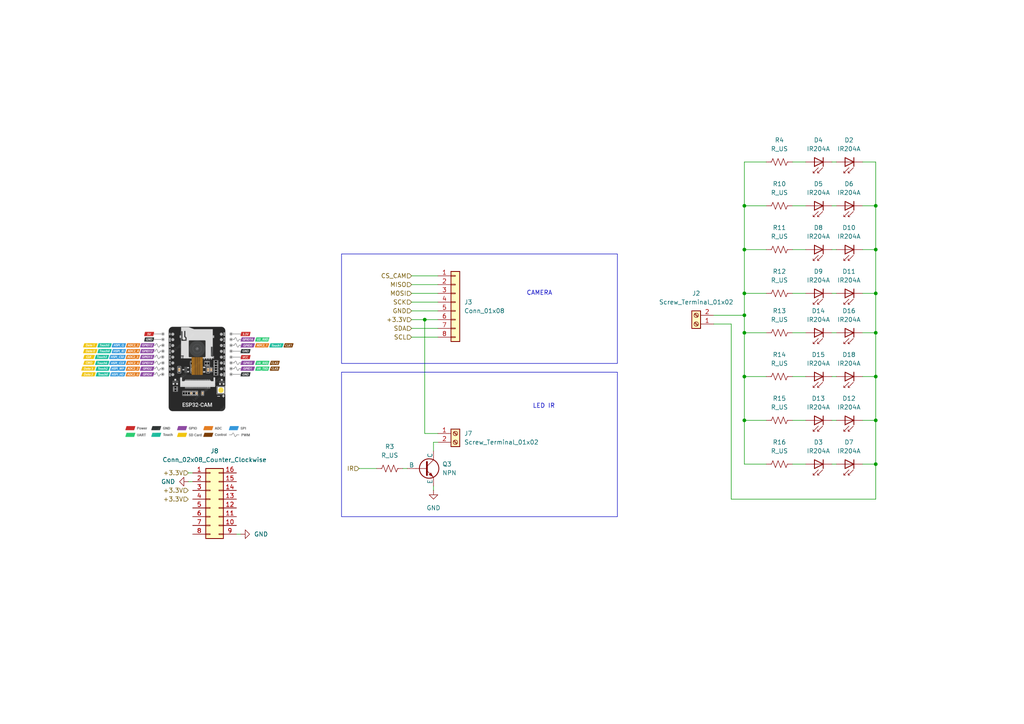
<source format=kicad_sch>
(kicad_sch (version 20250114) (generator "eeschema") (generator_version "9.0")
  (paper "A4")
  (lib_symbols
    (symbol "Connector:Screw_Terminal_01x02" (pin_names (offset 1.016) (hide yes))
      (property "Reference" "J" (at 0 2.54 0))
      (property "Value" "Screw_Terminal_01x02" (at 0 -5.08 0))
      (symbol "Screw_Terminal_01x02_1_1"
        (rectangle (start -1.27 1.27) (end 1.27 -3.81) (stroke (width 0.254)) (fill (type background)))
        (polyline (pts (xy -0.5334 0.3302) (xy 0.3302 -0.508)) (stroke (width 0.1524)))
        (polyline (pts (xy -0.5334 -2.2098) (xy 0.3302 -3.048)) (stroke (width 0.1524)))
        (polyline (pts (xy -0.3556 0.508) (xy 0.508 -0.3302)) (stroke (width 0.1524)))
        (polyline (pts (xy -0.3556 -2.032) (xy 0.508 -2.8702)) (stroke (width 0.1524)))
        (circle (center 0 0) (radius 0.635) (stroke (width 0.1524)))
        (circle (center 0 -2.54) (radius 0.635) (stroke (width 0.1524)))
        (pin passive line (at -5.08 0 0) (length 3.81) (name "Pin_1") (number "1"))
        (pin passive line (at -5.08 -2.54 0) (length 3.81) (name "Pin_2") (number "2"))
      )
    )
    (symbol "Connector_Generic:Conn_01x08" (pin_names (offset 1.016) (hide yes))
      (property "Reference" "J" (at 0 10.16 0))
      (property "Value" "Conn_01x08" (at 0 -12.7 0))
      (symbol "Conn_01x08_1_1"
        (rectangle (start -1.27 8.89) (end 1.27 -11.43) (stroke (width 0.254)) (fill (type background)))
        (rectangle (start -1.27 7.747) (end 0 7.493) (stroke (width 0.1524)))
        (rectangle (start -1.27 5.207) (end 0 4.953) (stroke (width 0.1524)))
        (rectangle (start -1.27 2.667) (end 0 2.413) (stroke (width 0.1524)))
        (rectangle (start -1.27 0.127) (end 0 -0.127) (stroke (width 0.1524)))
        (rectangle (start -1.27 -2.413) (end 0 -2.667) (stroke (width 0.1524)))
        (rectangle (start -1.27 -4.953) (end 0 -5.207) (stroke (width 0.1524)))
        (rectangle (start -1.27 -7.493) (end 0 -7.747) (stroke (width 0.1524)))
        (rectangle (start -1.27 -10.033) (end 0 -10.287) (stroke (width 0.1524)))
        (pin passive line (at -5.08 7.62 0) (length 3.81) (name "Pin_1") (number "1"))
        (pin passive line (at -5.08 5.08 0) (length 3.81) (name "Pin_2") (number "2"))
        (pin passive line (at -5.08 2.54 0) (length 3.81) (name "Pin_3") (number "3"))
        (pin passive line (at -5.08 0 0) (length 3.81) (name "Pin_4") (number "4"))
        (pin passive line (at -5.08 -2.54 0) (length 3.81) (name "Pin_5") (number "5"))
        (pin passive line (at -5.08 -5.08 0) (length 3.81) (name "Pin_6") (number "6"))
        (pin passive line (at -5.08 -7.62 0) (length 3.81) (name "Pin_7") (number "7"))
        (pin passive line (at -5.08 -10.16 0) (length 3.81) (name "Pin_8") (number "8"))
      )
    )
    (symbol "Connector_Generic:Conn_02x08_Counter_Clockwise" (pin_names (offset 1.016) (hide yes))
      (property "Reference" "J" (at 1.27 10.16 0))
      (property "Value" "Conn_02x08_Counter_Clockwise" (at 1.27 -12.7 0))
      (symbol "Conn_02x08_Counter_Clockwise_1_1"
        (rectangle (start -1.27 8.89) (end 3.81 -11.43) (stroke (width 0.254)) (fill (type background)))
        (rectangle (start -1.27 7.747) (end 0 7.493) (stroke (width 0.1524)))
        (rectangle (start -1.27 5.207) (end 0 4.953) (stroke (width 0.1524)))
        (rectangle (start -1.27 2.667) (end 0 2.413) (stroke (width 0.1524)))
        (rectangle (start -1.27 0.127) (end 0 -0.127) (stroke (width 0.1524)))
        (rectangle (start -1.27 -2.413) (end 0 -2.667) (stroke (width 0.1524)))
        (rectangle (start -1.27 -4.953) (end 0 -5.207) (stroke (width 0.1524)))
        (rectangle (start -1.27 -7.493) (end 0 -7.747) (stroke (width 0.1524)))
        (rectangle (start -1.27 -10.033) (end 0 -10.287) (stroke (width 0.1524)))
        (rectangle (start 3.81 7.747) (end 2.54 7.493) (stroke (width 0.1524)))
        (rectangle (start 3.81 5.207) (end 2.54 4.953) (stroke (width 0.1524)))
        (rectangle (start 3.81 2.667) (end 2.54 2.413) (stroke (width 0.1524)))
        (rectangle (start 3.81 0.127) (end 2.54 -0.127) (stroke (width 0.1524)))
        (rectangle (start 3.81 -2.413) (end 2.54 -2.667) (stroke (width 0.1524)))
        (rectangle (start 3.81 -4.953) (end 2.54 -5.207) (stroke (width 0.1524)))
        (rectangle (start 3.81 -7.493) (end 2.54 -7.747) (stroke (width 0.1524)))
        (rectangle (start 3.81 -10.033) (end 2.54 -10.287) (stroke (width 0.1524)))
        (pin passive line (at -5.08 7.62 0) (length 3.81) (name "Pin_1") (number "1"))
        (pin passive line (at -5.08 5.08 0) (length 3.81) (name "Pin_2") (number "2"))
        (pin passive line (at -5.08 2.54 0) (length 3.81) (name "Pin_3") (number "3"))
        (pin passive line (at -5.08 0 0) (length 3.81) (name "Pin_4") (number "4"))
        (pin passive line (at -5.08 -2.54 0) (length 3.81) (name "Pin_5") (number "5"))
        (pin passive line (at -5.08 -5.08 0) (length 3.81) (name "Pin_6") (number "6"))
        (pin passive line (at -5.08 -7.62 0) (length 3.81) (name "Pin_7") (number "7"))
        (pin passive line (at -5.08 -10.16 0) (length 3.81) (name "Pin_8") (number "8"))
        (pin passive line (at 7.62 7.62 180) (length 3.81) (name "Pin_16") (number "16"))
        (pin passive line (at 7.62 5.08 180) (length 3.81) (name "Pin_15") (number "15"))
        (pin passive line (at 7.62 2.54 180) (length 3.81) (name "Pin_14") (number "14"))
        (pin passive line (at 7.62 0 180) (length 3.81) (name "Pin_13") (number "13"))
        (pin passive line (at 7.62 -2.54 180) (length 3.81) (name "Pin_12") (number "12"))
        (pin passive line (at 7.62 -5.08 180) (length 3.81) (name "Pin_11") (number "11"))
        (pin passive line (at 7.62 -7.62 180) (length 3.81) (name "Pin_10") (number "10"))
        (pin passive line (at 7.62 -10.16 180) (length 3.81) (name "Pin_9") (number "9"))
      )
    )
    (symbol "Device:R_US" (pin_numbers (hide yes)) (pin_names (offset 0))
      (property "Reference" "R" (at 2.54 0 90))
      (property "Value" "R_US" (at -2.54 0 90))
      (symbol "R_US_0_1"
        (polyline (pts (xy 0 2.286) (xy 0 2.54)))
        (polyline (pts (xy 0 2.286) (xy 1.016 1.905) (xy 0 1.524) (xy -1.016 1.143) (xy 0 0.762)))
        (polyline (pts (xy 0 0.762) (xy 1.016 0.381) (xy 0 0) (xy -1.016 -0.381) (xy 0 -0.762)))
        (polyline (pts (xy 0 -0.762) (xy 1.016 -1.143) (xy 0 -1.524) (xy -1.016 -1.905) (xy 0 -2.286)))
        (polyline (pts (xy 0 -2.286) (xy 0 -2.54)))
      )
      (symbol "R_US_1_1"
        (pin passive line (at 0 3.81 270) (length 1.27) (name "~") (number "1"))
        (pin passive line (at 0 -3.81 90) (length 1.27) (name "~") (number "2"))
      )
    )
    (symbol "LED:IR204A" (pin_numbers (hide yes)) (pin_names (offset 1.016) (hide yes))
      (property "Reference" "D" (at 0.508 1.778 0))
      (property "Value" "IR204A" (at -1.016 -2.794 0))
      (symbol "IR204A_0_1"
        (polyline (pts (xy -2.54 1.27) (xy -2.54 -1.27)) (stroke (width 0.254)))
        (polyline (pts (xy -2.413 1.651) (xy -0.889 3.175) (xy -0.889 2.667) (xy -0.889 3.175) (xy -1.397 3.175)))
        (polyline (pts (xy -1.143 1.651) (xy 0.381 3.175) (xy 0.381 2.667)))
        (polyline (pts (xy 0 1.27) (xy -2.54 0) (xy 0 -1.27) (xy 0 1.27)) (stroke (width 0.254)))
        (polyline (pts (xy 0 0) (xy -2.54 0)))
        (polyline (pts (xy 0.381 3.175) (xy -0.127 3.175)))
      )
      (symbol "IR204A_1_1"
        (pin passive line (at -5.08 0 0) (length 2.54) (name "K") (number "1"))
        (pin passive line (at 2.54 0 180) (length 2.54) (name "A") (number "2"))
      )
    )
    (symbol "Simulation_SPICE:NPN" (pin_numbers (hide yes)) (pin_names (offset 0))
      (property "Reference" "Q" (at -2.54 7.62 0))
      (property "Value" "NPN" (at -2.54 5.08 0))
      (symbol "NPN_0_1"
        (polyline (pts (xy -2.54 0) (xy 0.635 0)) (stroke (width 0.1524)))
        (polyline (pts (xy 0.635 1.905) (xy 0.635 -1.905) (xy 0.635 -1.905)) (stroke (width 0.508)))
        (polyline (pts (xy 0.635 0.635) (xy 2.54 2.54)))
        (polyline (pts (xy 0.635 -0.635) (xy 2.54 -2.54) (xy 2.54 -2.54)))
        (circle (center 1.27 0) (radius 2.8194) (stroke (width 0.254)))
        (polyline (pts (xy 1.27 -1.778) (xy 1.778 -1.27) (xy 2.286 -2.286) (xy 1.27 -1.778) (xy 1.27 -1.778)) (fill (type outline)))
        (polyline (pts (xy 2.794 -1.27) (xy 2.794 -1.27)) (stroke (width 0.1524)))
        (polyline (pts (xy 2.794 -1.27) (xy 2.794 -1.27)) (stroke (width 0.1524)))
      )
      (symbol "NPN_1_1"
        (pin input line (at -5.08 0 0) (length 2.54) (name "B") (number "2"))
        (pin open_collector line (at 2.54 5.08 270) (length 2.54) (name "C") (number "1"))
        (pin open_emitter line (at 2.54 -5.08 90) (length 2.54) (name "E") (number "3"))
      )
    )
    (symbol "power:GND" (power) (pin_numbers (hide yes)) (pin_names (offset 0) (hide yes))
      (property "Value" "GND" (at 0 -3.81 0))
      (symbol "GND_0_1"
        (polyline (pts (xy 0 0) (xy 0 -1.27) (xy 1.27 -1.27) (xy 0 -2.54) (xy -1.27 -1.27) (xy 0 -1.27)))
      )
      (symbol "GND_1_1"
        (pin power_in line (at 0 0 270) (length 0) (name "~") (number "1"))
      )
    )
  )
  (rectangle (start 99.06 107.95) (end 179.07 149.86))
  (rectangle (start 99.06 73.66) (end 179.07 105.41))
  (text "LED IR\n" (at 157.734 117.856 0) (effects (font (size 1.27 1.27))))
  (text "CAMERA\n" (at 156.464 85.09 0) (effects (font (size 1.27 1.27))))
  (junction (at 254 134.62))
  (junction (at 254 72.39))
  (junction (at 215.9 109.22))
  (junction (at 123.19 92.71))
  (junction (at 215.9 85.09))
  (junction (at 254 96.52))
  (junction (at 215.9 96.52))
  (junction (at 254 121.92))
  (junction (at 215.9 59.69))
  (junction (at 254 59.69))
  (junction (at 254 109.22))
  (junction (at 215.9 72.39))
  (junction (at 254 85.09))
  (junction (at 215.9 121.92))
  (junction (at 215.9 91.44))
  (wire (pts (xy 215.9 59.69) (xy 222.25 59.69)))
  (wire (pts (xy 241.3 109.22) (xy 242.57 109.22)))
  (wire (pts (xy 254 121.92) (xy 254 109.22)))
  (wire (pts (xy 215.9 121.92) (xy 215.9 109.22)))
  (wire (pts (xy 215.9 85.09) (xy 215.9 72.39)))
  (wire (pts (xy 104.14 135.89) (xy 109.22 135.89)))
  (wire (pts (xy 250.19 121.92) (xy 254 121.92)))
  (wire (pts (xy 207.01 93.98) (xy 212.09 93.98)))
  (wire (pts (xy 215.9 46.99) (xy 222.25 46.99)))
  (wire (pts (xy 119.38 92.71) (xy 123.19 92.71)))
  (wire (pts (xy 241.3 72.39) (xy 242.57 72.39)))
  (wire (pts (xy 123.19 92.71) (xy 123.19 125.73)))
  (wire (pts (xy 222.25 121.92) (xy 215.9 121.92)))
  (wire (pts (xy 254 72.39) (xy 254 59.69)))
  (wire (pts (xy 229.87 121.92) (xy 233.68 121.92)))
  (wire (pts (xy 54.61 139.7) (xy 55.88 139.7)))
  (wire (pts (xy 222.25 96.52) (xy 215.9 96.52)))
  (wire (pts (xy 125.73 130.81) (xy 125.73 128.27)))
  (wire (pts (xy 250.19 134.62) (xy 254 134.62)))
  (wire (pts (xy 116.84 135.89) (xy 118.11 135.89)))
  (wire (pts (xy 254 144.78) (xy 254 134.62)))
  (wire (pts (xy 241.3 96.52) (xy 242.57 96.52)))
  (wire (pts (xy 254 46.99) (xy 250.19 46.99)))
  (wire (pts (xy 215.9 109.22) (xy 215.9 96.52)))
  (wire (pts (xy 215.9 59.69) (xy 215.9 46.99)))
  (wire (pts (xy 222.25 134.62) (xy 215.9 134.62)))
  (wire (pts (xy 119.38 82.55) (xy 127 82.55)))
  (wire (pts (xy 119.38 97.79) (xy 127 97.79)))
  (wire (pts (xy 229.87 85.09) (xy 233.68 85.09)))
  (wire (pts (xy 250.19 96.52) (xy 254 96.52)))
  (wire (pts (xy 215.9 72.39) (xy 215.9 59.69)))
  (wire (pts (xy 215.9 91.44) (xy 215.9 85.09)))
  (wire (pts (xy 229.87 96.52) (xy 233.68 96.52)))
  (wire (pts (xy 119.38 87.63) (xy 127 87.63)))
  (wire (pts (xy 250.19 109.22) (xy 254 109.22)))
  (wire (pts (xy 250.19 72.39) (xy 254 72.39)))
  (wire (pts (xy 241.3 85.09) (xy 242.57 85.09)))
  (wire (pts (xy 229.87 134.62) (xy 233.68 134.62)))
  (wire (pts (xy 254 85.09) (xy 254 72.39)))
  (wire (pts (xy 54.61 137.16) (xy 55.88 137.16)))
  (wire (pts (xy 68.58 154.94) (xy 69.85 154.94)))
  (wire (pts (xy 229.87 46.99) (xy 233.68 46.99)))
  (wire (pts (xy 250.19 59.69) (xy 254 59.69)))
  (wire (pts (xy 229.87 59.69) (xy 233.68 59.69)))
  (wire (pts (xy 215.9 134.62) (xy 215.9 121.92)))
  (wire (pts (xy 241.3 59.69) (xy 242.57 59.69)))
  (wire (pts (xy 229.87 109.22) (xy 233.68 109.22)))
  (wire (pts (xy 254 59.69) (xy 254 46.99)))
  (wire (pts (xy 127 125.73) (xy 123.19 125.73)))
  (wire (pts (xy 215.9 85.09) (xy 222.25 85.09)))
  (wire (pts (xy 254 96.52) (xy 254 85.09)))
  (wire (pts (xy 212.09 93.98) (xy 212.09 144.78)))
  (wire (pts (xy 119.38 85.09) (xy 127 85.09)))
  (wire (pts (xy 254 109.22) (xy 254 96.52)))
  (wire (pts (xy 241.3 134.62) (xy 242.57 134.62)))
  (wire (pts (xy 125.73 128.27) (xy 127 128.27)))
  (wire (pts (xy 123.19 92.71) (xy 127 92.71)))
  (wire (pts (xy 119.38 90.17) (xy 127 90.17)))
  (wire (pts (xy 215.9 96.52) (xy 215.9 91.44)))
  (wire (pts (xy 222.25 109.22) (xy 215.9 109.22)))
  (wire (pts (xy 207.01 91.44) (xy 215.9 91.44)))
  (wire (pts (xy 241.3 46.99) (xy 242.57 46.99)))
  (wire (pts (xy 119.38 95.25) (xy 127 95.25)))
  (wire (pts (xy 215.9 72.39) (xy 222.25 72.39)))
  (wire (pts (xy 229.87 72.39) (xy 233.68 72.39)))
  (wire (pts (xy 241.3 121.92) (xy 242.57 121.92)))
  (wire (pts (xy 254 121.92) (xy 254 134.62)))
  (wire (pts (xy 212.09 144.78) (xy 254 144.78)))
  (wire (pts (xy 119.38 80.01) (xy 127 80.01)))
  (wire (pts (xy 250.19 85.09) (xy 254 85.09)))
  (wire (pts (xy 125.73 142.24) (xy 125.73 140.97)))
  (image (at 54.61 110.49))
  (hierarchical_label "+3.3V" (shape input) (at 54.61 144.78 180))
  (hierarchical_label "IR" (shape input) (at 104.14 135.89 180))
  (hierarchical_label "GND" (shape input) (at 119.38 90.17 180))
  (hierarchical_label "+3.3V" (shape input) (at 54.61 142.24 180))
  (hierarchical_label "SCL" (shape input) (at 119.38 97.79 180))
  (hierarchical_label "MOSI" (shape input) (at 119.38 85.09 180))
  (hierarchical_label "+3.3V" (shape input) (at 54.61 137.16 180))
  (hierarchical_label "SCK" (shape input) (at 119.38 87.63 180))
  (hierarchical_label "SDA" (shape input) (at 119.38 95.25 180))
  (hierarchical_label "CS_CAM" (shape input) (at 119.38 80.01 180))
  (hierarchical_label "+3.3V" (shape input) (at 119.38 92.71 180))
  (hierarchical_label "MISO" (shape input) (at 119.38 82.55 180))
  (symbol (lib_id "Device:R_US") (at 226.06 72.39 90) (unit 1)
    (property "Reference" "R11" (at 226.06 66.04 90))
    (property "Value" "R_US" (at 226.06 68.58 90))
    (property "Footprint" "Resistor_SMD:R_0805_2012Metric_Pad1.20x1.40mm_HandSolder" (effects (hide yes)))
    (property "Description" "Resistor, US symbol" (effects (hide yes)))
  )
  (symbol (lib_id "Device:R_US") (at 226.06 59.69 90) (unit 1)
    (property "Reference" "R10" (at 226.06 53.34 90))
    (property "Value" "R_US" (at 226.06 55.88 90))
    (property "Footprint" "Resistor_SMD:R_0805_2012Metric_Pad1.20x1.40mm_HandSolder" (effects (hide yes)))
    (property "Description" "Resistor, US symbol" (effects (hide yes)))
  )
  (symbol (lib_id "Connector:Screw_Terminal_01x02") (at 132.08 125.73 0) (unit 1)
    (property "Reference" "J7" (at 134.62 125.7299 0) (effects (justify left)))
    (property "Value" "Screw_Terminal_01x02" (at 134.62 128.2699 0) (effects (justify left)))
    (property "Description" "Generic screw terminal, single row, 01x02, script generated (kicad-library-utils/schlib/autogen/connector/)" (effects (hide yes)))
  )
  (symbol (lib_id "Device:R_US") (at 226.06 134.62 90) (unit 1)
    (property "Reference" "R16" (at 226.06 128.27 90))
    (property "Value" "R_US" (at 226.06 130.81 90))
    (property "Footprint" "Resistor_SMD:R_0805_2012Metric_Pad1.20x1.40mm_HandSolder" (effects (hide yes)))
    (property "Description" "Resistor, US symbol" (effects (hide yes)))
  )
  (symbol (lib_id "LED:IR204A") (at 236.22 46.99 180) (unit 1)
    (property "Reference" "D4" (at 237.363 40.64 0))
    (property "Value" "IR204A" (at 237.363 43.18 0))
    (property "Footprint" "LED_THT:LED_D3.0mm_IRBlack" (effects (hide yes)))
    (property "Datasheet" "http://www.everlight.com/file/ProductFile/IR204-A.pdf" (effects (hide yes)))
    (property "Description" "Infrared LED , 3mm LED package" (effects (hide yes)))
  )
  (symbol (lib_id "Device:R_US") (at 113.03 135.89 90) (unit 1)
    (property "Reference" "R3" (at 113.03 129.54 90))
    (property "Value" "R_US" (at 113.03 132.08 90))
    (property "Description" "Resistor, US symbol" (effects (hide yes)))
  )
  (symbol (lib_id "LED:IR204A") (at 236.22 59.69 180) (unit 1)
    (property "Reference" "D5" (at 237.363 53.34 0))
    (property "Value" "IR204A" (at 237.363 55.88 0))
    (property "Footprint" "LED_THT:LED_D3.0mm_IRBlack" (effects (hide yes)))
    (property "Datasheet" "http://www.everlight.com/file/ProductFile/IR204-A.pdf" (effects (hide yes)))
    (property "Description" "Infrared LED , 3mm LED package" (effects (hide yes)))
  )
  (symbol (lib_id "LED:IR204A") (at 236.22 109.22 180) (unit 1)
    (property "Reference" "D15" (at 237.363 102.87 0))
    (property "Value" "IR204A" (at 237.363 105.41 0))
    (property "Footprint" "LED_THT:LED_D3.0mm_IRBlack" (effects (hide yes)))
    (property "Datasheet" "http://www.everlight.com/file/ProductFile/IR204-A.pdf" (effects (hide yes)))
    (property "Description" "Infrared LED , 3mm LED package" (effects (hide yes)))
  )
  (symbol (lib_id "LED:IR204A") (at 236.22 134.62 180) (unit 1)
    (property "Reference" "D3" (at 237.363 128.27 0))
    (property "Value" "IR204A" (at 237.363 130.81 0))
    (property "Footprint" "LED_THT:LED_D3.0mm_IRBlack" (effects (hide yes)))
    (property "Datasheet" "http://www.everlight.com/file/ProductFile/IR204-A.pdf" (effects (hide yes)))
    (property "Description" "Infrared LED , 3mm LED package" (effects (hide yes)))
  )
  (symbol (lib_id "LED:IR204A") (at 245.11 85.09 180) (unit 1)
    (property "Reference" "D11" (at 246.253 78.74 0))
    (property "Value" "IR204A" (at 246.253 81.28 0))
    (property "Footprint" "LED_THT:LED_D3.0mm_IRBlack" (effects (hide yes)))
    (property "Datasheet" "http://www.everlight.com/file/ProductFile/IR204-A.pdf" (effects (hide yes)))
    (property "Description" "Infrared LED , 3mm LED package" (effects (hide yes)))
  )
  (symbol (lib_id "LED:IR204A") (at 245.11 46.99 180) (unit 1)
    (property "Reference" "D2" (at 246.253 40.64 0))
    (property "Value" "IR204A" (at 246.253 43.18 0))
    (property "Footprint" "LED_THT:LED_D3.0mm_IRBlack" (effects (hide yes)))
    (property "Datasheet" "http://www.everlight.com/file/ProductFile/IR204-A.pdf" (effects (hide yes)))
    (property "Description" "Infrared LED , 3mm LED package" (effects (hide yes)))
  )
  (symbol (lib_id "LED:IR204A") (at 245.11 59.69 180) (unit 1)
    (property "Reference" "D6" (at 246.253 53.34 0))
    (property "Value" "IR204A" (at 246.253 55.88 0))
    (property "Footprint" "LED_THT:LED_D3.0mm_IRBlack" (effects (hide yes)))
    (property "Datasheet" "http://www.everlight.com/file/ProductFile/IR204-A.pdf" (effects (hide yes)))
    (property "Description" "Infrared LED , 3mm LED package" (effects (hide yes)))
  )
  (symbol (lib_id "Simulation_SPICE:NPN") (at 123.19 135.89 0) (unit 1)
    (property "Reference" "Q3" (at 128.27 134.6199 0) (effects (justify left)))
    (property "Value" "NPN" (at 128.27 137.1599 0) (effects (justify left)))
    (property "Datasheet" "https://ngspice.sourceforge.io/docs/ngspice-html-manual/manual.xhtml#cha_BJTs" (effects (hide yes)))
    (property "Description" "Bipolar transistor symbol for simulation only, substrate tied to the emitter" (effects (hide yes)))
    (property "Sim.Device" "NPN" (effects (hide yes)))
    (property "Sim.Type" "GUMMELPOON" (effects (hide yes)))
    (property "Sim.Pins" "1=C 2=B 3=E" (effects (hide yes)))
  )
  (symbol (lib_id "LED:IR204A") (at 236.22 72.39 180) (unit 1)
    (property "Reference" "D8" (at 237.363 66.04 0))
    (property "Value" "IR204A" (at 237.363 68.58 0))
    (property "Footprint" "LED_THT:LED_D3.0mm_IRBlack" (effects (hide yes)))
    (property "Datasheet" "http://www.everlight.com/file/ProductFile/IR204-A.pdf" (effects (hide yes)))
    (property "Description" "Infrared LED , 3mm LED package" (effects (hide yes)))
  )
  (symbol (lib_id "power:GND") (at 69.85 154.94 90) (unit 1)
    (property "Reference" "#PWR025" (effects (hide yes)))
    (property "Value" "GND" (at 73.66 154.9399 90) (effects (justify right)))
    (property "Description" "Power symbol creates a global label with name \"GND\" , ground" (effects (hide yes)))
  )
  (symbol (lib_id "LED:IR204A") (at 236.22 96.52 180) (unit 1)
    (property "Reference" "D14" (at 237.363 90.17 0))
    (property "Value" "IR204A" (at 237.363 92.71 0))
    (property "Footprint" "LED_THT:LED_D3.0mm_IRBlack" (effects (hide yes)))
    (property "Datasheet" "http://www.everlight.com/file/ProductFile/IR204-A.pdf" (effects (hide yes)))
    (property "Description" "Infrared LED , 3mm LED package" (effects (hide yes)))
  )
  (symbol (lib_id "Device:R_US") (at 226.06 121.92 90) (unit 1)
    (property "Reference" "R15" (at 226.06 115.57 90))
    (property "Value" "R_US" (at 226.06 118.11 90))
    (property "Footprint" "Resistor_SMD:R_0805_2012Metric_Pad1.20x1.40mm_HandSolder" (effects (hide yes)))
    (property "Description" "Resistor, US symbol" (effects (hide yes)))
  )
  (symbol (lib_id "Device:R_US") (at 226.06 109.22 90) (unit 1)
    (property "Reference" "R14" (at 226.06 102.87 90))
    (property "Value" "R_US" (at 226.06 105.41 90))
    (property "Footprint" "Resistor_SMD:R_0805_2012Metric_Pad1.20x1.40mm_HandSolder" (effects (hide yes)))
    (property "Description" "Resistor, US symbol" (effects (hide yes)))
  )
  (symbol (lib_id "LED:IR204A") (at 245.11 109.22 180) (unit 1)
    (property "Reference" "D18" (at 246.253 102.87 0))
    (property "Value" "IR204A" (at 246.253 105.41 0))
    (property "Footprint" "LED_THT:LED_D3.0mm_IRBlack" (effects (hide yes)))
    (property "Datasheet" "http://www.everlight.com/file/ProductFile/IR204-A.pdf" (effects (hide yes)))
    (property "Description" "Infrared LED , 3mm LED package" (effects (hide yes)))
  )
  (symbol (lib_id "Device:R_US") (at 226.06 85.09 90) (unit 1)
    (property "Reference" "R12" (at 226.06 78.74 90))
    (property "Value" "R_US" (at 226.06 81.28 90))
    (property "Footprint" "Resistor_SMD:R_0805_2012Metric_Pad1.20x1.40mm_HandSolder" (effects (hide yes)))
    (property "Description" "Resistor, US symbol" (effects (hide yes)))
  )
  (symbol (lib_id "LED:IR204A") (at 245.11 96.52 180) (unit 1)
    (property "Reference" "D16" (at 246.253 90.17 0))
    (property "Value" "IR204A" (at 246.253 92.71 0))
    (property "Footprint" "LED_THT:LED_D3.0mm_IRBlack" (effects (hide yes)))
    (property "Datasheet" "http://www.everlight.com/file/ProductFile/IR204-A.pdf" (effects (hide yes)))
    (property "Description" "Infrared LED , 3mm LED package" (effects (hide yes)))
  )
  (symbol (lib_id "Connector:Screw_Terminal_01x02") (at 201.93 93.98 180) (unit 1)
    (property "Reference" "J2" (at 201.93 85.09 0))
    (property "Value" "Screw_Terminal_01x02" (at 201.93 87.63 0))
    (property "Description" "Generic screw terminal, single row, 01x02, script generated (kicad-library-utils/schlib/autogen/connector/)" (effects (hide yes)))
  )
  (symbol (lib_id "power:GND") (at 125.73 142.24 0) (unit 1)
    (property "Reference" "#PWR024" (effects (hide yes)))
    (property "Value" "GND" (at 125.73 147.32 0))
    (property "Description" "Power symbol creates a global label with name \"GND\" , ground" (effects (hide yes)))
  )
  (symbol (lib_id "LED:IR204A") (at 245.11 121.92 180) (unit 1)
    (property "Reference" "D12" (at 246.253 115.57 0))
    (property "Value" "IR204A" (at 246.253 118.11 0))
    (property "Footprint" "LED_THT:LED_D3.0mm_IRBlack" (effects (hide yes)))
    (property "Datasheet" "http://www.everlight.com/file/ProductFile/IR204-A.pdf" (effects (hide yes)))
    (property "Description" "Infrared LED , 3mm LED package" (effects (hide yes)))
  )
  (symbol (lib_id "Connector_Generic:Conn_02x08_Counter_Clockwise") (at 60.96 144.78 0) (unit 1)
    (property "Reference" "J8" (at 62.23 130.81 0))
    (property "Value" "Conn_02x08_Counter_Clockwise" (at 62.23 133.35 0))
    (property "Description" "Generic connector, double row, 02x08, counter clockwise pin numbering scheme (similar to DIP package numbering), script generated (kicad-library-utils/schlib/autogen/connector/)" (effects (hide yes)))
  )
  (symbol (lib_id "power:GND") (at 54.61 139.7 270) (unit 1)
    (property "Reference" "#PWR026" (effects (hide yes)))
    (property "Value" "GND" (at 50.8 139.6999 90) (effects (justify right)))
    (property "Description" "Power symbol creates a global label with name \"GND\" , ground" (effects (hide yes)))
  )
  (symbol (lib_id "Device:R_US") (at 226.06 96.52 90) (unit 1)
    (property "Reference" "R13" (at 226.06 90.17 90))
    (property "Value" "R_US" (at 226.06 92.71 90))
    (property "Footprint" "Resistor_SMD:R_0805_2012Metric_Pad1.20x1.40mm_HandSolder" (effects (hide yes)))
    (property "Description" "Resistor, US symbol" (effects (hide yes)))
  )
  (symbol (lib_id "Device:R_US") (at 226.06 46.99 90) (unit 1)
    (property "Reference" "R4" (at 226.06 40.64 90))
    (property "Value" "R_US" (at 226.06 43.18 90))
    (property "Description" "Resistor, US symbol" (effects (hide yes)))
  )
  (symbol (lib_id "LED:IR204A") (at 236.22 85.09 180) (unit 1)
    (property "Reference" "D9" (at 237.363 78.74 0))
    (property "Value" "IR204A" (at 237.363 81.28 0))
    (property "Footprint" "LED_THT:LED_D3.0mm_IRBlack" (effects (hide yes)))
    (property "Datasheet" "http://www.everlight.com/file/ProductFile/IR204-A.pdf" (effects (hide yes)))
    (property "Description" "Infrared LED , 3mm LED package" (effects (hide yes)))
  )
  (symbol (lib_id "LED:IR204A") (at 236.22 121.92 180) (unit 1)
    (property "Reference" "D13" (at 237.363 115.57 0))
    (property "Value" "IR204A" (at 237.363 118.11 0))
    (property "Footprint" "LED_THT:LED_D3.0mm_IRBlack" (effects (hide yes)))
    (property "Datasheet" "http://www.everlight.com/file/ProductFile/IR204-A.pdf" (effects (hide yes)))
    (property "Description" "Infrared LED , 3mm LED package" (effects (hide yes)))
  )
  (symbol (lib_id "Connector_Generic:Conn_01x08") (at 132.08 87.63 0) (unit 1)
    (property "Reference" "J3" (at 134.62 87.6299 0) (effects (justify left)))
    (property "Value" "Conn_01x08" (at 134.62 90.1699 0) (effects (justify left)))
    (property "Description" "Generic connector, single row, 01x08, script generated (kicad-library-utils/schlib/autogen/connector/)" (effects (hide yes)))
  )
  (symbol (lib_id "LED:IR204A") (at 245.11 72.39 180) (unit 1)
    (property "Reference" "D10" (at 246.253 66.04 0))
    (property "Value" "IR204A" (at 246.253 68.58 0))
    (property "Footprint" "LED_THT:LED_D3.0mm_IRBlack" (effects (hide yes)))
    (property "Datasheet" "http://www.everlight.com/file/ProductFile/IR204-A.pdf" (effects (hide yes)))
    (property "Description" "Infrared LED , 3mm LED package" (effects (hide yes)))
  )
  (symbol (lib_id "LED:IR204A") (at 245.11 134.62 180) (unit 1)
    (property "Reference" "D7" (at 246.253 128.27 0))
    (property "Value" "IR204A" (at 246.253 130.81 0))
    (property "Footprint" "LED_THT:LED_D3.0mm_IRBlack" (effects (hide yes)))
    (property "Datasheet" "http://www.everlight.com/file/ProductFile/IR204-A.pdf" (effects (hide yes)))
    (property "Description" "Infrared LED , 3mm LED package" (effects (hide yes)))
  )
)
</source>
